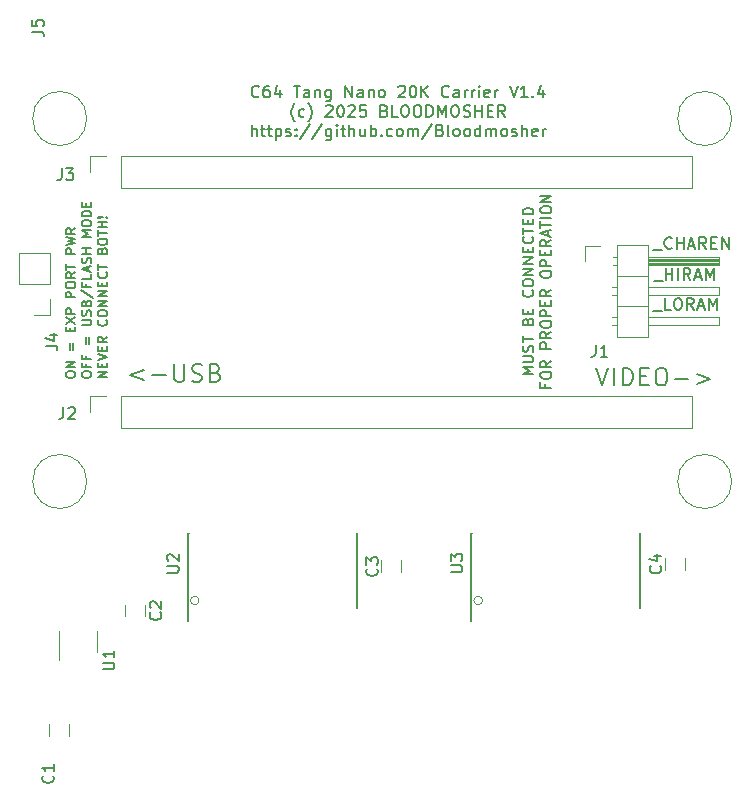
<source format=gbr>
%TF.GenerationSoftware,KiCad,Pcbnew,(5.1.9)-1*%
%TF.CreationDate,2024-11-26T15:48:13-08:00*%
%TF.ProjectId,RADA3K,52414441-334b-42e6-9b69-6361645f7063,rev?*%
%TF.SameCoordinates,Original*%
%TF.FileFunction,Legend,Top*%
%TF.FilePolarity,Positive*%
%FSLAX46Y46*%
G04 Gerber Fmt 4.6, Leading zero omitted, Abs format (unit mm)*
G04 Created by KiCad (PCBNEW (5.1.9)-1) date 2024-11-26 15:48:13*
%MOMM*%
%LPD*%
G01*
G04 APERTURE LIST*
%ADD10C,0.150000*%
%ADD11C,0.120000*%
G04 APERTURE END LIST*
D10*
X67077757Y-127237371D02*
X65934900Y-127665942D01*
X67077757Y-128094514D01*
X67792042Y-127665942D02*
X68934900Y-127665942D01*
X69649185Y-126737371D02*
X69649185Y-127951657D01*
X69720614Y-128094514D01*
X69792042Y-128165942D01*
X69934900Y-128237371D01*
X70220614Y-128237371D01*
X70363471Y-128165942D01*
X70434900Y-128094514D01*
X70506328Y-127951657D01*
X70506328Y-126737371D01*
X71149185Y-128165942D02*
X71363471Y-128237371D01*
X71720614Y-128237371D01*
X71863471Y-128165942D01*
X71934900Y-128094514D01*
X72006328Y-127951657D01*
X72006328Y-127808800D01*
X71934900Y-127665942D01*
X71863471Y-127594514D01*
X71720614Y-127523085D01*
X71434900Y-127451657D01*
X71292042Y-127380228D01*
X71220614Y-127308800D01*
X71149185Y-127165942D01*
X71149185Y-127023085D01*
X71220614Y-126880228D01*
X71292042Y-126808800D01*
X71434900Y-126737371D01*
X71792042Y-126737371D01*
X72006328Y-126808800D01*
X73149185Y-127451657D02*
X73363471Y-127523085D01*
X73434900Y-127594514D01*
X73506328Y-127737371D01*
X73506328Y-127951657D01*
X73434900Y-128094514D01*
X73363471Y-128165942D01*
X73220614Y-128237371D01*
X72649185Y-128237371D01*
X72649185Y-126737371D01*
X73149185Y-126737371D01*
X73292042Y-126808800D01*
X73363471Y-126880228D01*
X73434900Y-127023085D01*
X73434900Y-127165942D01*
X73363471Y-127308800D01*
X73292042Y-127380228D01*
X73149185Y-127451657D01*
X72649185Y-127451657D01*
X100050642Y-127580942D02*
X99150642Y-127580942D01*
X99793500Y-127280942D01*
X99150642Y-126980942D01*
X100050642Y-126980942D01*
X99150642Y-126552371D02*
X99879214Y-126552371D01*
X99964928Y-126509514D01*
X100007785Y-126466657D01*
X100050642Y-126380942D01*
X100050642Y-126209514D01*
X100007785Y-126123800D01*
X99964928Y-126080942D01*
X99879214Y-126038085D01*
X99150642Y-126038085D01*
X100007785Y-125652371D02*
X100050642Y-125523800D01*
X100050642Y-125309514D01*
X100007785Y-125223800D01*
X99964928Y-125180942D01*
X99879214Y-125138085D01*
X99793500Y-125138085D01*
X99707785Y-125180942D01*
X99664928Y-125223800D01*
X99622071Y-125309514D01*
X99579214Y-125480942D01*
X99536357Y-125566657D01*
X99493500Y-125609514D01*
X99407785Y-125652371D01*
X99322071Y-125652371D01*
X99236357Y-125609514D01*
X99193500Y-125566657D01*
X99150642Y-125480942D01*
X99150642Y-125266657D01*
X99193500Y-125138085D01*
X99150642Y-124880942D02*
X99150642Y-124366657D01*
X100050642Y-124623800D02*
X99150642Y-124623800D01*
X99579214Y-123080942D02*
X99622071Y-122952371D01*
X99664928Y-122909514D01*
X99750642Y-122866657D01*
X99879214Y-122866657D01*
X99964928Y-122909514D01*
X100007785Y-122952371D01*
X100050642Y-123038085D01*
X100050642Y-123380942D01*
X99150642Y-123380942D01*
X99150642Y-123080942D01*
X99193500Y-122995228D01*
X99236357Y-122952371D01*
X99322071Y-122909514D01*
X99407785Y-122909514D01*
X99493500Y-122952371D01*
X99536357Y-122995228D01*
X99579214Y-123080942D01*
X99579214Y-123380942D01*
X99579214Y-122480942D02*
X99579214Y-122180942D01*
X100050642Y-122052371D02*
X100050642Y-122480942D01*
X99150642Y-122480942D01*
X99150642Y-122052371D01*
X99964928Y-120466657D02*
X100007785Y-120509514D01*
X100050642Y-120638085D01*
X100050642Y-120723800D01*
X100007785Y-120852371D01*
X99922071Y-120938085D01*
X99836357Y-120980942D01*
X99664928Y-121023800D01*
X99536357Y-121023800D01*
X99364928Y-120980942D01*
X99279214Y-120938085D01*
X99193500Y-120852371D01*
X99150642Y-120723800D01*
X99150642Y-120638085D01*
X99193500Y-120509514D01*
X99236357Y-120466657D01*
X99150642Y-119909514D02*
X99150642Y-119738085D01*
X99193500Y-119652371D01*
X99279214Y-119566657D01*
X99450642Y-119523800D01*
X99750642Y-119523800D01*
X99922071Y-119566657D01*
X100007785Y-119652371D01*
X100050642Y-119738085D01*
X100050642Y-119909514D01*
X100007785Y-119995228D01*
X99922071Y-120080942D01*
X99750642Y-120123800D01*
X99450642Y-120123800D01*
X99279214Y-120080942D01*
X99193500Y-119995228D01*
X99150642Y-119909514D01*
X100050642Y-119138085D02*
X99150642Y-119138085D01*
X100050642Y-118623800D01*
X99150642Y-118623800D01*
X100050642Y-118195228D02*
X99150642Y-118195228D01*
X100050642Y-117680942D01*
X99150642Y-117680942D01*
X99579214Y-117252371D02*
X99579214Y-116952371D01*
X100050642Y-116823800D02*
X100050642Y-117252371D01*
X99150642Y-117252371D01*
X99150642Y-116823800D01*
X99964928Y-115923800D02*
X100007785Y-115966657D01*
X100050642Y-116095228D01*
X100050642Y-116180942D01*
X100007785Y-116309514D01*
X99922071Y-116395228D01*
X99836357Y-116438085D01*
X99664928Y-116480942D01*
X99536357Y-116480942D01*
X99364928Y-116438085D01*
X99279214Y-116395228D01*
X99193500Y-116309514D01*
X99150642Y-116180942D01*
X99150642Y-116095228D01*
X99193500Y-115966657D01*
X99236357Y-115923800D01*
X99150642Y-115666657D02*
X99150642Y-115152371D01*
X100050642Y-115409514D02*
X99150642Y-115409514D01*
X99579214Y-114852371D02*
X99579214Y-114552371D01*
X100050642Y-114423800D02*
X100050642Y-114852371D01*
X99150642Y-114852371D01*
X99150642Y-114423800D01*
X100050642Y-114038085D02*
X99150642Y-114038085D01*
X99150642Y-113823800D01*
X99193500Y-113695228D01*
X99279214Y-113609514D01*
X99364928Y-113566657D01*
X99536357Y-113523800D01*
X99664928Y-113523800D01*
X99836357Y-113566657D01*
X99922071Y-113609514D01*
X100007785Y-113695228D01*
X100050642Y-113823800D01*
X100050642Y-114038085D01*
X101079214Y-128395228D02*
X101079214Y-128695228D01*
X101550642Y-128695228D02*
X100650642Y-128695228D01*
X100650642Y-128266657D01*
X100650642Y-127752371D02*
X100650642Y-127580942D01*
X100693500Y-127495228D01*
X100779214Y-127409514D01*
X100950642Y-127366657D01*
X101250642Y-127366657D01*
X101422071Y-127409514D01*
X101507785Y-127495228D01*
X101550642Y-127580942D01*
X101550642Y-127752371D01*
X101507785Y-127838085D01*
X101422071Y-127923800D01*
X101250642Y-127966657D01*
X100950642Y-127966657D01*
X100779214Y-127923800D01*
X100693500Y-127838085D01*
X100650642Y-127752371D01*
X101550642Y-126466657D02*
X101122071Y-126766657D01*
X101550642Y-126980942D02*
X100650642Y-126980942D01*
X100650642Y-126638085D01*
X100693500Y-126552371D01*
X100736357Y-126509514D01*
X100822071Y-126466657D01*
X100950642Y-126466657D01*
X101036357Y-126509514D01*
X101079214Y-126552371D01*
X101122071Y-126638085D01*
X101122071Y-126980942D01*
X101550642Y-125395228D02*
X100650642Y-125395228D01*
X100650642Y-125052371D01*
X100693500Y-124966657D01*
X100736357Y-124923800D01*
X100822071Y-124880942D01*
X100950642Y-124880942D01*
X101036357Y-124923800D01*
X101079214Y-124966657D01*
X101122071Y-125052371D01*
X101122071Y-125395228D01*
X101550642Y-123980942D02*
X101122071Y-124280942D01*
X101550642Y-124495228D02*
X100650642Y-124495228D01*
X100650642Y-124152371D01*
X100693500Y-124066657D01*
X100736357Y-124023800D01*
X100822071Y-123980942D01*
X100950642Y-123980942D01*
X101036357Y-124023800D01*
X101079214Y-124066657D01*
X101122071Y-124152371D01*
X101122071Y-124495228D01*
X100650642Y-123423800D02*
X100650642Y-123252371D01*
X100693500Y-123166657D01*
X100779214Y-123080942D01*
X100950642Y-123038085D01*
X101250642Y-123038085D01*
X101422071Y-123080942D01*
X101507785Y-123166657D01*
X101550642Y-123252371D01*
X101550642Y-123423800D01*
X101507785Y-123509514D01*
X101422071Y-123595228D01*
X101250642Y-123638085D01*
X100950642Y-123638085D01*
X100779214Y-123595228D01*
X100693500Y-123509514D01*
X100650642Y-123423800D01*
X101550642Y-122652371D02*
X100650642Y-122652371D01*
X100650642Y-122309514D01*
X100693500Y-122223800D01*
X100736357Y-122180942D01*
X100822071Y-122138085D01*
X100950642Y-122138085D01*
X101036357Y-122180942D01*
X101079214Y-122223800D01*
X101122071Y-122309514D01*
X101122071Y-122652371D01*
X101079214Y-121752371D02*
X101079214Y-121452371D01*
X101550642Y-121323800D02*
X101550642Y-121752371D01*
X100650642Y-121752371D01*
X100650642Y-121323800D01*
X101550642Y-120423800D02*
X101122071Y-120723800D01*
X101550642Y-120938085D02*
X100650642Y-120938085D01*
X100650642Y-120595228D01*
X100693500Y-120509514D01*
X100736357Y-120466657D01*
X100822071Y-120423800D01*
X100950642Y-120423800D01*
X101036357Y-120466657D01*
X101079214Y-120509514D01*
X101122071Y-120595228D01*
X101122071Y-120938085D01*
X100650642Y-119180942D02*
X100650642Y-119009514D01*
X100693500Y-118923800D01*
X100779214Y-118838085D01*
X100950642Y-118795228D01*
X101250642Y-118795228D01*
X101422071Y-118838085D01*
X101507785Y-118923800D01*
X101550642Y-119009514D01*
X101550642Y-119180942D01*
X101507785Y-119266657D01*
X101422071Y-119352371D01*
X101250642Y-119395228D01*
X100950642Y-119395228D01*
X100779214Y-119352371D01*
X100693500Y-119266657D01*
X100650642Y-119180942D01*
X101550642Y-118409514D02*
X100650642Y-118409514D01*
X100650642Y-118066657D01*
X100693500Y-117980942D01*
X100736357Y-117938085D01*
X100822071Y-117895228D01*
X100950642Y-117895228D01*
X101036357Y-117938085D01*
X101079214Y-117980942D01*
X101122071Y-118066657D01*
X101122071Y-118409514D01*
X101079214Y-117509514D02*
X101079214Y-117209514D01*
X101550642Y-117080942D02*
X101550642Y-117509514D01*
X100650642Y-117509514D01*
X100650642Y-117080942D01*
X101550642Y-116180942D02*
X101122071Y-116480942D01*
X101550642Y-116695228D02*
X100650642Y-116695228D01*
X100650642Y-116352371D01*
X100693500Y-116266657D01*
X100736357Y-116223800D01*
X100822071Y-116180942D01*
X100950642Y-116180942D01*
X101036357Y-116223800D01*
X101079214Y-116266657D01*
X101122071Y-116352371D01*
X101122071Y-116695228D01*
X101293500Y-115838085D02*
X101293500Y-115409514D01*
X101550642Y-115923800D02*
X100650642Y-115623800D01*
X101550642Y-115323800D01*
X100650642Y-115152371D02*
X100650642Y-114638085D01*
X101550642Y-114895228D02*
X100650642Y-114895228D01*
X101550642Y-114338085D02*
X100650642Y-114338085D01*
X100650642Y-113738085D02*
X100650642Y-113566657D01*
X100693500Y-113480942D01*
X100779214Y-113395228D01*
X100950642Y-113352371D01*
X101250642Y-113352371D01*
X101422071Y-113395228D01*
X101507785Y-113480942D01*
X101550642Y-113566657D01*
X101550642Y-113738085D01*
X101507785Y-113823800D01*
X101422071Y-113909514D01*
X101250642Y-113952371D01*
X100950642Y-113952371D01*
X100779214Y-113909514D01*
X100693500Y-113823800D01*
X100650642Y-113738085D01*
X101550642Y-112966657D02*
X100650642Y-112966657D01*
X101550642Y-112452371D01*
X100650642Y-112452371D01*
X60454604Y-127664542D02*
X60454604Y-127512161D01*
X60492700Y-127435971D01*
X60568890Y-127359780D01*
X60721271Y-127321685D01*
X60987938Y-127321685D01*
X61140319Y-127359780D01*
X61216509Y-127435971D01*
X61254604Y-127512161D01*
X61254604Y-127664542D01*
X61216509Y-127740733D01*
X61140319Y-127816923D01*
X60987938Y-127855019D01*
X60721271Y-127855019D01*
X60568890Y-127816923D01*
X60492700Y-127740733D01*
X60454604Y-127664542D01*
X61254604Y-126978828D02*
X60454604Y-126978828D01*
X61254604Y-126521685D01*
X60454604Y-126521685D01*
X60835557Y-125531209D02*
X60835557Y-124921685D01*
X61064128Y-124921685D02*
X61064128Y-125531209D01*
X60835557Y-123931209D02*
X60835557Y-123664542D01*
X61254604Y-123550257D02*
X61254604Y-123931209D01*
X60454604Y-123931209D01*
X60454604Y-123550257D01*
X60454604Y-123283590D02*
X61254604Y-122750257D01*
X60454604Y-122750257D02*
X61254604Y-123283590D01*
X61254604Y-122445495D02*
X60454604Y-122445495D01*
X60454604Y-122140733D01*
X60492700Y-122064542D01*
X60530795Y-122026447D01*
X60606985Y-121988352D01*
X60721271Y-121988352D01*
X60797461Y-122026447D01*
X60835557Y-122064542D01*
X60873652Y-122140733D01*
X60873652Y-122445495D01*
X61254604Y-121035971D02*
X60454604Y-121035971D01*
X60454604Y-120731209D01*
X60492700Y-120655019D01*
X60530795Y-120616923D01*
X60606985Y-120578828D01*
X60721271Y-120578828D01*
X60797461Y-120616923D01*
X60835557Y-120655019D01*
X60873652Y-120731209D01*
X60873652Y-121035971D01*
X60454604Y-120083590D02*
X60454604Y-119931209D01*
X60492700Y-119855019D01*
X60568890Y-119778828D01*
X60721271Y-119740733D01*
X60987938Y-119740733D01*
X61140319Y-119778828D01*
X61216509Y-119855019D01*
X61254604Y-119931209D01*
X61254604Y-120083590D01*
X61216509Y-120159780D01*
X61140319Y-120235971D01*
X60987938Y-120274066D01*
X60721271Y-120274066D01*
X60568890Y-120235971D01*
X60492700Y-120159780D01*
X60454604Y-120083590D01*
X61254604Y-118940733D02*
X60873652Y-119207400D01*
X61254604Y-119397876D02*
X60454604Y-119397876D01*
X60454604Y-119093114D01*
X60492700Y-119016923D01*
X60530795Y-118978828D01*
X60606985Y-118940733D01*
X60721271Y-118940733D01*
X60797461Y-118978828D01*
X60835557Y-119016923D01*
X60873652Y-119093114D01*
X60873652Y-119397876D01*
X60454604Y-118712161D02*
X60454604Y-118255019D01*
X61254604Y-118483590D02*
X60454604Y-118483590D01*
X61254604Y-117378828D02*
X60454604Y-117378828D01*
X60454604Y-117074066D01*
X60492700Y-116997876D01*
X60530795Y-116959780D01*
X60606985Y-116921685D01*
X60721271Y-116921685D01*
X60797461Y-116959780D01*
X60835557Y-116997876D01*
X60873652Y-117074066D01*
X60873652Y-117378828D01*
X60454604Y-116655019D02*
X61254604Y-116464542D01*
X60683176Y-116312161D01*
X61254604Y-116159780D01*
X60454604Y-115969304D01*
X61254604Y-115207400D02*
X60873652Y-115474066D01*
X61254604Y-115664542D02*
X60454604Y-115664542D01*
X60454604Y-115359780D01*
X60492700Y-115283590D01*
X60530795Y-115245495D01*
X60606985Y-115207400D01*
X60721271Y-115207400D01*
X60797461Y-115245495D01*
X60835557Y-115283590D01*
X60873652Y-115359780D01*
X60873652Y-115664542D01*
X61804604Y-127664542D02*
X61804604Y-127512161D01*
X61842700Y-127435971D01*
X61918890Y-127359780D01*
X62071271Y-127321685D01*
X62337938Y-127321685D01*
X62490319Y-127359780D01*
X62566509Y-127435971D01*
X62604604Y-127512161D01*
X62604604Y-127664542D01*
X62566509Y-127740733D01*
X62490319Y-127816923D01*
X62337938Y-127855019D01*
X62071271Y-127855019D01*
X61918890Y-127816923D01*
X61842700Y-127740733D01*
X61804604Y-127664542D01*
X62185557Y-126712161D02*
X62185557Y-126978828D01*
X62604604Y-126978828D02*
X61804604Y-126978828D01*
X61804604Y-126597876D01*
X62185557Y-126026447D02*
X62185557Y-126293114D01*
X62604604Y-126293114D02*
X61804604Y-126293114D01*
X61804604Y-125912161D01*
X62185557Y-124997876D02*
X62185557Y-124388352D01*
X62414128Y-124388352D02*
X62414128Y-124997876D01*
X61804604Y-123397876D02*
X62452223Y-123397876D01*
X62528414Y-123359780D01*
X62566509Y-123321685D01*
X62604604Y-123245495D01*
X62604604Y-123093114D01*
X62566509Y-123016923D01*
X62528414Y-122978828D01*
X62452223Y-122940733D01*
X61804604Y-122940733D01*
X62566509Y-122597876D02*
X62604604Y-122483590D01*
X62604604Y-122293114D01*
X62566509Y-122216923D01*
X62528414Y-122178828D01*
X62452223Y-122140733D01*
X62376033Y-122140733D01*
X62299842Y-122178828D01*
X62261747Y-122216923D01*
X62223652Y-122293114D01*
X62185557Y-122445495D01*
X62147461Y-122521685D01*
X62109366Y-122559780D01*
X62033176Y-122597876D01*
X61956985Y-122597876D01*
X61880795Y-122559780D01*
X61842700Y-122521685D01*
X61804604Y-122445495D01*
X61804604Y-122255019D01*
X61842700Y-122140733D01*
X62185557Y-121531209D02*
X62223652Y-121416923D01*
X62261747Y-121378828D01*
X62337938Y-121340733D01*
X62452223Y-121340733D01*
X62528414Y-121378828D01*
X62566509Y-121416923D01*
X62604604Y-121493114D01*
X62604604Y-121797876D01*
X61804604Y-121797876D01*
X61804604Y-121531209D01*
X61842700Y-121455019D01*
X61880795Y-121416923D01*
X61956985Y-121378828D01*
X62033176Y-121378828D01*
X62109366Y-121416923D01*
X62147461Y-121455019D01*
X62185557Y-121531209D01*
X62185557Y-121797876D01*
X61766509Y-120426447D02*
X62795080Y-121112161D01*
X62185557Y-119893114D02*
X62185557Y-120159780D01*
X62604604Y-120159780D02*
X61804604Y-120159780D01*
X61804604Y-119778828D01*
X62604604Y-119093114D02*
X62604604Y-119474066D01*
X61804604Y-119474066D01*
X62376033Y-118864542D02*
X62376033Y-118483590D01*
X62604604Y-118940733D02*
X61804604Y-118674066D01*
X62604604Y-118407400D01*
X62566509Y-118178828D02*
X62604604Y-118064542D01*
X62604604Y-117874066D01*
X62566509Y-117797876D01*
X62528414Y-117759780D01*
X62452223Y-117721685D01*
X62376033Y-117721685D01*
X62299842Y-117759780D01*
X62261747Y-117797876D01*
X62223652Y-117874066D01*
X62185557Y-118026447D01*
X62147461Y-118102638D01*
X62109366Y-118140733D01*
X62033176Y-118178828D01*
X61956985Y-118178828D01*
X61880795Y-118140733D01*
X61842700Y-118102638D01*
X61804604Y-118026447D01*
X61804604Y-117835971D01*
X61842700Y-117721685D01*
X62604604Y-117378828D02*
X61804604Y-117378828D01*
X62185557Y-117378828D02*
X62185557Y-116921685D01*
X62604604Y-116921685D02*
X61804604Y-116921685D01*
X62604604Y-115931209D02*
X61804604Y-115931209D01*
X62376033Y-115664542D01*
X61804604Y-115397876D01*
X62604604Y-115397876D01*
X61804604Y-114864542D02*
X61804604Y-114712161D01*
X61842700Y-114635971D01*
X61918890Y-114559780D01*
X62071271Y-114521685D01*
X62337938Y-114521685D01*
X62490319Y-114559780D01*
X62566509Y-114635971D01*
X62604604Y-114712161D01*
X62604604Y-114864542D01*
X62566509Y-114940733D01*
X62490319Y-115016923D01*
X62337938Y-115055019D01*
X62071271Y-115055019D01*
X61918890Y-115016923D01*
X61842700Y-114940733D01*
X61804604Y-114864542D01*
X62604604Y-114178828D02*
X61804604Y-114178828D01*
X61804604Y-113988352D01*
X61842700Y-113874066D01*
X61918890Y-113797876D01*
X61995080Y-113759780D01*
X62147461Y-113721685D01*
X62261747Y-113721685D01*
X62414128Y-113759780D01*
X62490319Y-113797876D01*
X62566509Y-113874066D01*
X62604604Y-113988352D01*
X62604604Y-114178828D01*
X62185557Y-113378828D02*
X62185557Y-113112161D01*
X62604604Y-112997876D02*
X62604604Y-113378828D01*
X61804604Y-113378828D01*
X61804604Y-112997876D01*
X63954604Y-127816923D02*
X63154604Y-127816923D01*
X63954604Y-127359780D01*
X63154604Y-127359780D01*
X63535557Y-126978828D02*
X63535557Y-126712161D01*
X63954604Y-126597876D02*
X63954604Y-126978828D01*
X63154604Y-126978828D01*
X63154604Y-126597876D01*
X63154604Y-126369304D02*
X63954604Y-126102638D01*
X63154604Y-125835971D01*
X63535557Y-125569304D02*
X63535557Y-125302638D01*
X63954604Y-125188352D02*
X63954604Y-125569304D01*
X63154604Y-125569304D01*
X63154604Y-125188352D01*
X63954604Y-124388352D02*
X63573652Y-124655019D01*
X63954604Y-124845495D02*
X63154604Y-124845495D01*
X63154604Y-124540733D01*
X63192700Y-124464542D01*
X63230795Y-124426447D01*
X63306985Y-124388352D01*
X63421271Y-124388352D01*
X63497461Y-124426447D01*
X63535557Y-124464542D01*
X63573652Y-124540733D01*
X63573652Y-124845495D01*
X63878414Y-122978828D02*
X63916509Y-123016923D01*
X63954604Y-123131209D01*
X63954604Y-123207400D01*
X63916509Y-123321685D01*
X63840319Y-123397876D01*
X63764128Y-123435971D01*
X63611747Y-123474066D01*
X63497461Y-123474066D01*
X63345080Y-123435971D01*
X63268890Y-123397876D01*
X63192700Y-123321685D01*
X63154604Y-123207400D01*
X63154604Y-123131209D01*
X63192700Y-123016923D01*
X63230795Y-122978828D01*
X63154604Y-122483590D02*
X63154604Y-122331209D01*
X63192700Y-122255019D01*
X63268890Y-122178828D01*
X63421271Y-122140733D01*
X63687938Y-122140733D01*
X63840319Y-122178828D01*
X63916509Y-122255019D01*
X63954604Y-122331209D01*
X63954604Y-122483590D01*
X63916509Y-122559780D01*
X63840319Y-122635971D01*
X63687938Y-122674066D01*
X63421271Y-122674066D01*
X63268890Y-122635971D01*
X63192700Y-122559780D01*
X63154604Y-122483590D01*
X63954604Y-121797876D02*
X63154604Y-121797876D01*
X63954604Y-121340733D01*
X63154604Y-121340733D01*
X63954604Y-120959780D02*
X63154604Y-120959780D01*
X63954604Y-120502638D01*
X63154604Y-120502638D01*
X63535557Y-120121685D02*
X63535557Y-119855019D01*
X63954604Y-119740733D02*
X63954604Y-120121685D01*
X63154604Y-120121685D01*
X63154604Y-119740733D01*
X63878414Y-118940733D02*
X63916509Y-118978828D01*
X63954604Y-119093114D01*
X63954604Y-119169304D01*
X63916509Y-119283590D01*
X63840319Y-119359780D01*
X63764128Y-119397876D01*
X63611747Y-119435971D01*
X63497461Y-119435971D01*
X63345080Y-119397876D01*
X63268890Y-119359780D01*
X63192700Y-119283590D01*
X63154604Y-119169304D01*
X63154604Y-119093114D01*
X63192700Y-118978828D01*
X63230795Y-118940733D01*
X63154604Y-118712161D02*
X63154604Y-118255019D01*
X63954604Y-118483590D02*
X63154604Y-118483590D01*
X63535557Y-117112161D02*
X63573652Y-116997876D01*
X63611747Y-116959780D01*
X63687938Y-116921685D01*
X63802223Y-116921685D01*
X63878414Y-116959780D01*
X63916509Y-116997876D01*
X63954604Y-117074066D01*
X63954604Y-117378828D01*
X63154604Y-117378828D01*
X63154604Y-117112161D01*
X63192700Y-117035971D01*
X63230795Y-116997876D01*
X63306985Y-116959780D01*
X63383176Y-116959780D01*
X63459366Y-116997876D01*
X63497461Y-117035971D01*
X63535557Y-117112161D01*
X63535557Y-117378828D01*
X63154604Y-116426447D02*
X63154604Y-116274066D01*
X63192700Y-116197876D01*
X63268890Y-116121685D01*
X63421271Y-116083590D01*
X63687938Y-116083590D01*
X63840319Y-116121685D01*
X63916509Y-116197876D01*
X63954604Y-116274066D01*
X63954604Y-116426447D01*
X63916509Y-116502638D01*
X63840319Y-116578828D01*
X63687938Y-116616923D01*
X63421271Y-116616923D01*
X63268890Y-116578828D01*
X63192700Y-116502638D01*
X63154604Y-116426447D01*
X63154604Y-115855019D02*
X63154604Y-115397876D01*
X63954604Y-115626447D02*
X63154604Y-115626447D01*
X63954604Y-115131209D02*
X63154604Y-115131209D01*
X63535557Y-115131209D02*
X63535557Y-114674066D01*
X63954604Y-114674066D02*
X63154604Y-114674066D01*
X63878414Y-114293114D02*
X63916509Y-114255019D01*
X63954604Y-114293114D01*
X63916509Y-114331209D01*
X63878414Y-114293114D01*
X63954604Y-114293114D01*
X63649842Y-114293114D02*
X63192700Y-114331209D01*
X63154604Y-114293114D01*
X63192700Y-114255019D01*
X63649842Y-114293114D01*
X63154604Y-114293114D01*
X105396328Y-127016771D02*
X105896328Y-128516771D01*
X106396328Y-127016771D01*
X106896328Y-128516771D02*
X106896328Y-127016771D01*
X107610614Y-128516771D02*
X107610614Y-127016771D01*
X107967757Y-127016771D01*
X108182042Y-127088200D01*
X108324900Y-127231057D01*
X108396328Y-127373914D01*
X108467757Y-127659628D01*
X108467757Y-127873914D01*
X108396328Y-128159628D01*
X108324900Y-128302485D01*
X108182042Y-128445342D01*
X107967757Y-128516771D01*
X107610614Y-128516771D01*
X109110614Y-127731057D02*
X109610614Y-127731057D01*
X109824900Y-128516771D02*
X109110614Y-128516771D01*
X109110614Y-127016771D01*
X109824900Y-127016771D01*
X110753471Y-127016771D02*
X111039185Y-127016771D01*
X111182042Y-127088200D01*
X111324900Y-127231057D01*
X111396328Y-127516771D01*
X111396328Y-128016771D01*
X111324900Y-128302485D01*
X111182042Y-128445342D01*
X111039185Y-128516771D01*
X110753471Y-128516771D01*
X110610614Y-128445342D01*
X110467757Y-128302485D01*
X110396328Y-128016771D01*
X110396328Y-127516771D01*
X110467757Y-127231057D01*
X110610614Y-127088200D01*
X110753471Y-127016771D01*
X112039185Y-127945342D02*
X113182042Y-127945342D01*
X113896328Y-127516771D02*
X115039185Y-127945342D01*
X113896328Y-128373914D01*
X110192976Y-122209019D02*
X110954880Y-122209019D01*
X111669166Y-122113780D02*
X111192976Y-122113780D01*
X111192976Y-121113780D01*
X112192976Y-121113780D02*
X112383452Y-121113780D01*
X112478690Y-121161400D01*
X112573928Y-121256638D01*
X112621547Y-121447114D01*
X112621547Y-121780447D01*
X112573928Y-121970923D01*
X112478690Y-122066161D01*
X112383452Y-122113780D01*
X112192976Y-122113780D01*
X112097738Y-122066161D01*
X112002500Y-121970923D01*
X111954880Y-121780447D01*
X111954880Y-121447114D01*
X112002500Y-121256638D01*
X112097738Y-121161400D01*
X112192976Y-121113780D01*
X113621547Y-122113780D02*
X113288214Y-121637590D01*
X113050119Y-122113780D02*
X113050119Y-121113780D01*
X113431071Y-121113780D01*
X113526309Y-121161400D01*
X113573928Y-121209019D01*
X113621547Y-121304257D01*
X113621547Y-121447114D01*
X113573928Y-121542352D01*
X113526309Y-121589971D01*
X113431071Y-121637590D01*
X113050119Y-121637590D01*
X114002500Y-121828066D02*
X114478690Y-121828066D01*
X113907261Y-122113780D02*
X114240595Y-121113780D01*
X114573928Y-122113780D01*
X114907261Y-122113780D02*
X114907261Y-121113780D01*
X115240595Y-121828066D01*
X115573928Y-121113780D01*
X115573928Y-122113780D01*
X110258042Y-119694419D02*
X111019947Y-119694419D01*
X111258042Y-119599180D02*
X111258042Y-118599180D01*
X111258042Y-119075371D02*
X111829471Y-119075371D01*
X111829471Y-119599180D02*
X111829471Y-118599180D01*
X112305661Y-119599180D02*
X112305661Y-118599180D01*
X113353280Y-119599180D02*
X113019947Y-119122990D01*
X112781852Y-119599180D02*
X112781852Y-118599180D01*
X113162804Y-118599180D01*
X113258042Y-118646800D01*
X113305661Y-118694419D01*
X113353280Y-118789657D01*
X113353280Y-118932514D01*
X113305661Y-119027752D01*
X113258042Y-119075371D01*
X113162804Y-119122990D01*
X112781852Y-119122990D01*
X113734233Y-119313466D02*
X114210423Y-119313466D01*
X113638995Y-119599180D02*
X113972328Y-118599180D01*
X114305661Y-119599180D01*
X114638995Y-119599180D02*
X114638995Y-118599180D01*
X114972328Y-119313466D01*
X115305661Y-118599180D01*
X115305661Y-119599180D01*
X110200976Y-117052819D02*
X110962880Y-117052819D01*
X111772404Y-116862342D02*
X111724785Y-116909961D01*
X111581928Y-116957580D01*
X111486690Y-116957580D01*
X111343833Y-116909961D01*
X111248595Y-116814723D01*
X111200976Y-116719485D01*
X111153357Y-116529009D01*
X111153357Y-116386152D01*
X111200976Y-116195676D01*
X111248595Y-116100438D01*
X111343833Y-116005200D01*
X111486690Y-115957580D01*
X111581928Y-115957580D01*
X111724785Y-116005200D01*
X111772404Y-116052819D01*
X112200976Y-116957580D02*
X112200976Y-115957580D01*
X112200976Y-116433771D02*
X112772404Y-116433771D01*
X112772404Y-116957580D02*
X112772404Y-115957580D01*
X113200976Y-116671866D02*
X113677166Y-116671866D01*
X113105738Y-116957580D02*
X113439071Y-115957580D01*
X113772404Y-116957580D01*
X114677166Y-116957580D02*
X114343833Y-116481390D01*
X114105738Y-116957580D02*
X114105738Y-115957580D01*
X114486690Y-115957580D01*
X114581928Y-116005200D01*
X114629547Y-116052819D01*
X114677166Y-116148057D01*
X114677166Y-116290914D01*
X114629547Y-116386152D01*
X114581928Y-116433771D01*
X114486690Y-116481390D01*
X114105738Y-116481390D01*
X115105738Y-116433771D02*
X115439071Y-116433771D01*
X115581928Y-116957580D02*
X115105738Y-116957580D01*
X115105738Y-115957580D01*
X115581928Y-115957580D01*
X116010500Y-116957580D02*
X116010500Y-115957580D01*
X116581928Y-116957580D01*
X116581928Y-115957580D01*
X76809485Y-104040942D02*
X76761866Y-104088561D01*
X76619009Y-104136180D01*
X76523771Y-104136180D01*
X76380914Y-104088561D01*
X76285676Y-103993323D01*
X76238057Y-103898085D01*
X76190438Y-103707609D01*
X76190438Y-103564752D01*
X76238057Y-103374276D01*
X76285676Y-103279038D01*
X76380914Y-103183800D01*
X76523771Y-103136180D01*
X76619009Y-103136180D01*
X76761866Y-103183800D01*
X76809485Y-103231419D01*
X77666628Y-103136180D02*
X77476152Y-103136180D01*
X77380914Y-103183800D01*
X77333295Y-103231419D01*
X77238057Y-103374276D01*
X77190438Y-103564752D01*
X77190438Y-103945704D01*
X77238057Y-104040942D01*
X77285676Y-104088561D01*
X77380914Y-104136180D01*
X77571390Y-104136180D01*
X77666628Y-104088561D01*
X77714247Y-104040942D01*
X77761866Y-103945704D01*
X77761866Y-103707609D01*
X77714247Y-103612371D01*
X77666628Y-103564752D01*
X77571390Y-103517133D01*
X77380914Y-103517133D01*
X77285676Y-103564752D01*
X77238057Y-103612371D01*
X77190438Y-103707609D01*
X78619009Y-103469514D02*
X78619009Y-104136180D01*
X78380914Y-103088561D02*
X78142819Y-103802847D01*
X78761866Y-103802847D01*
X79761866Y-103136180D02*
X80333295Y-103136180D01*
X80047580Y-104136180D02*
X80047580Y-103136180D01*
X81095199Y-104136180D02*
X81095199Y-103612371D01*
X81047580Y-103517133D01*
X80952342Y-103469514D01*
X80761866Y-103469514D01*
X80666628Y-103517133D01*
X81095199Y-104088561D02*
X80999961Y-104136180D01*
X80761866Y-104136180D01*
X80666628Y-104088561D01*
X80619009Y-103993323D01*
X80619009Y-103898085D01*
X80666628Y-103802847D01*
X80761866Y-103755228D01*
X80999961Y-103755228D01*
X81095199Y-103707609D01*
X81571390Y-103469514D02*
X81571390Y-104136180D01*
X81571390Y-103564752D02*
X81619009Y-103517133D01*
X81714247Y-103469514D01*
X81857104Y-103469514D01*
X81952342Y-103517133D01*
X81999961Y-103612371D01*
X81999961Y-104136180D01*
X82904723Y-103469514D02*
X82904723Y-104279038D01*
X82857104Y-104374276D01*
X82809485Y-104421895D01*
X82714247Y-104469514D01*
X82571390Y-104469514D01*
X82476152Y-104421895D01*
X82904723Y-104088561D02*
X82809485Y-104136180D01*
X82619009Y-104136180D01*
X82523771Y-104088561D01*
X82476152Y-104040942D01*
X82428533Y-103945704D01*
X82428533Y-103659990D01*
X82476152Y-103564752D01*
X82523771Y-103517133D01*
X82619009Y-103469514D01*
X82809485Y-103469514D01*
X82904723Y-103517133D01*
X84142819Y-104136180D02*
X84142819Y-103136180D01*
X84714247Y-104136180D01*
X84714247Y-103136180D01*
X85619009Y-104136180D02*
X85619009Y-103612371D01*
X85571390Y-103517133D01*
X85476152Y-103469514D01*
X85285676Y-103469514D01*
X85190438Y-103517133D01*
X85619009Y-104088561D02*
X85523771Y-104136180D01*
X85285676Y-104136180D01*
X85190438Y-104088561D01*
X85142819Y-103993323D01*
X85142819Y-103898085D01*
X85190438Y-103802847D01*
X85285676Y-103755228D01*
X85523771Y-103755228D01*
X85619009Y-103707609D01*
X86095200Y-103469514D02*
X86095200Y-104136180D01*
X86095200Y-103564752D02*
X86142819Y-103517133D01*
X86238057Y-103469514D01*
X86380914Y-103469514D01*
X86476152Y-103517133D01*
X86523771Y-103612371D01*
X86523771Y-104136180D01*
X87142819Y-104136180D02*
X87047580Y-104088561D01*
X86999961Y-104040942D01*
X86952342Y-103945704D01*
X86952342Y-103659990D01*
X86999961Y-103564752D01*
X87047580Y-103517133D01*
X87142819Y-103469514D01*
X87285676Y-103469514D01*
X87380914Y-103517133D01*
X87428533Y-103564752D01*
X87476152Y-103659990D01*
X87476152Y-103945704D01*
X87428533Y-104040942D01*
X87380914Y-104088561D01*
X87285676Y-104136180D01*
X87142819Y-104136180D01*
X88619009Y-103231419D02*
X88666628Y-103183800D01*
X88761866Y-103136180D01*
X88999961Y-103136180D01*
X89095199Y-103183800D01*
X89142819Y-103231419D01*
X89190438Y-103326657D01*
X89190438Y-103421895D01*
X89142819Y-103564752D01*
X88571390Y-104136180D01*
X89190438Y-104136180D01*
X89809485Y-103136180D02*
X89904723Y-103136180D01*
X89999961Y-103183800D01*
X90047580Y-103231419D01*
X90095199Y-103326657D01*
X90142819Y-103517133D01*
X90142819Y-103755228D01*
X90095199Y-103945704D01*
X90047580Y-104040942D01*
X89999961Y-104088561D01*
X89904723Y-104136180D01*
X89809485Y-104136180D01*
X89714247Y-104088561D01*
X89666628Y-104040942D01*
X89619009Y-103945704D01*
X89571390Y-103755228D01*
X89571390Y-103517133D01*
X89619009Y-103326657D01*
X89666628Y-103231419D01*
X89714247Y-103183800D01*
X89809485Y-103136180D01*
X90571390Y-104136180D02*
X90571390Y-103136180D01*
X91142819Y-104136180D02*
X90714247Y-103564752D01*
X91142819Y-103136180D02*
X90571390Y-103707609D01*
X92904723Y-104040942D02*
X92857104Y-104088561D01*
X92714247Y-104136180D01*
X92619009Y-104136180D01*
X92476152Y-104088561D01*
X92380914Y-103993323D01*
X92333295Y-103898085D01*
X92285676Y-103707609D01*
X92285676Y-103564752D01*
X92333295Y-103374276D01*
X92380914Y-103279038D01*
X92476152Y-103183800D01*
X92619009Y-103136180D01*
X92714247Y-103136180D01*
X92857104Y-103183800D01*
X92904723Y-103231419D01*
X93761866Y-104136180D02*
X93761866Y-103612371D01*
X93714247Y-103517133D01*
X93619009Y-103469514D01*
X93428533Y-103469514D01*
X93333295Y-103517133D01*
X93761866Y-104088561D02*
X93666628Y-104136180D01*
X93428533Y-104136180D01*
X93333295Y-104088561D01*
X93285676Y-103993323D01*
X93285676Y-103898085D01*
X93333295Y-103802847D01*
X93428533Y-103755228D01*
X93666628Y-103755228D01*
X93761866Y-103707609D01*
X94238057Y-104136180D02*
X94238057Y-103469514D01*
X94238057Y-103659990D02*
X94285676Y-103564752D01*
X94333295Y-103517133D01*
X94428533Y-103469514D01*
X94523771Y-103469514D01*
X94857104Y-104136180D02*
X94857104Y-103469514D01*
X94857104Y-103659990D02*
X94904723Y-103564752D01*
X94952342Y-103517133D01*
X95047580Y-103469514D01*
X95142819Y-103469514D01*
X95476152Y-104136180D02*
X95476152Y-103469514D01*
X95476152Y-103136180D02*
X95428533Y-103183800D01*
X95476152Y-103231419D01*
X95523771Y-103183800D01*
X95476152Y-103136180D01*
X95476152Y-103231419D01*
X96333295Y-104088561D02*
X96238057Y-104136180D01*
X96047580Y-104136180D01*
X95952342Y-104088561D01*
X95904723Y-103993323D01*
X95904723Y-103612371D01*
X95952342Y-103517133D01*
X96047580Y-103469514D01*
X96238057Y-103469514D01*
X96333295Y-103517133D01*
X96380914Y-103612371D01*
X96380914Y-103707609D01*
X95904723Y-103802847D01*
X96809485Y-104136180D02*
X96809485Y-103469514D01*
X96809485Y-103659990D02*
X96857104Y-103564752D01*
X96904723Y-103517133D01*
X96999961Y-103469514D01*
X97095199Y-103469514D01*
X98047580Y-103136180D02*
X98380914Y-104136180D01*
X98714247Y-103136180D01*
X99571390Y-104136180D02*
X98999961Y-104136180D01*
X99285676Y-104136180D02*
X99285676Y-103136180D01*
X99190438Y-103279038D01*
X99095200Y-103374276D01*
X98999961Y-103421895D01*
X99999961Y-104040942D02*
X100047580Y-104088561D01*
X99999961Y-104136180D01*
X99952342Y-104088561D01*
X99999961Y-104040942D01*
X99999961Y-104136180D01*
X100904723Y-103469514D02*
X100904723Y-104136180D01*
X100666628Y-103088561D02*
X100428533Y-103802847D01*
X101047580Y-103802847D01*
X79857104Y-106167133D02*
X79809485Y-106119514D01*
X79714247Y-105976657D01*
X79666628Y-105881419D01*
X79619009Y-105738561D01*
X79571390Y-105500466D01*
X79571390Y-105309990D01*
X79619009Y-105071895D01*
X79666628Y-104929038D01*
X79714247Y-104833800D01*
X79809485Y-104690942D01*
X79857104Y-104643323D01*
X80666628Y-105738561D02*
X80571390Y-105786180D01*
X80380914Y-105786180D01*
X80285676Y-105738561D01*
X80238057Y-105690942D01*
X80190438Y-105595704D01*
X80190438Y-105309990D01*
X80238057Y-105214752D01*
X80285676Y-105167133D01*
X80380914Y-105119514D01*
X80571390Y-105119514D01*
X80666628Y-105167133D01*
X80999961Y-106167133D02*
X81047580Y-106119514D01*
X81142819Y-105976657D01*
X81190438Y-105881419D01*
X81238057Y-105738561D01*
X81285676Y-105500466D01*
X81285676Y-105309990D01*
X81238057Y-105071895D01*
X81190438Y-104929038D01*
X81142819Y-104833800D01*
X81047580Y-104690942D01*
X80999961Y-104643323D01*
X82476152Y-104881419D02*
X82523771Y-104833800D01*
X82619009Y-104786180D01*
X82857104Y-104786180D01*
X82952342Y-104833800D01*
X82999961Y-104881419D01*
X83047580Y-104976657D01*
X83047580Y-105071895D01*
X82999961Y-105214752D01*
X82428533Y-105786180D01*
X83047580Y-105786180D01*
X83666628Y-104786180D02*
X83761866Y-104786180D01*
X83857104Y-104833800D01*
X83904723Y-104881419D01*
X83952342Y-104976657D01*
X83999961Y-105167133D01*
X83999961Y-105405228D01*
X83952342Y-105595704D01*
X83904723Y-105690942D01*
X83857104Y-105738561D01*
X83761866Y-105786180D01*
X83666628Y-105786180D01*
X83571390Y-105738561D01*
X83523771Y-105690942D01*
X83476152Y-105595704D01*
X83428533Y-105405228D01*
X83428533Y-105167133D01*
X83476152Y-104976657D01*
X83523771Y-104881419D01*
X83571390Y-104833800D01*
X83666628Y-104786180D01*
X84380914Y-104881419D02*
X84428533Y-104833800D01*
X84523771Y-104786180D01*
X84761866Y-104786180D01*
X84857104Y-104833800D01*
X84904723Y-104881419D01*
X84952342Y-104976657D01*
X84952342Y-105071895D01*
X84904723Y-105214752D01*
X84333295Y-105786180D01*
X84952342Y-105786180D01*
X85857104Y-104786180D02*
X85380914Y-104786180D01*
X85333295Y-105262371D01*
X85380914Y-105214752D01*
X85476152Y-105167133D01*
X85714247Y-105167133D01*
X85809485Y-105214752D01*
X85857104Y-105262371D01*
X85904723Y-105357609D01*
X85904723Y-105595704D01*
X85857104Y-105690942D01*
X85809485Y-105738561D01*
X85714247Y-105786180D01*
X85476152Y-105786180D01*
X85380914Y-105738561D01*
X85333295Y-105690942D01*
X87428533Y-105262371D02*
X87571390Y-105309990D01*
X87619009Y-105357609D01*
X87666628Y-105452847D01*
X87666628Y-105595704D01*
X87619009Y-105690942D01*
X87571390Y-105738561D01*
X87476152Y-105786180D01*
X87095200Y-105786180D01*
X87095200Y-104786180D01*
X87428533Y-104786180D01*
X87523771Y-104833800D01*
X87571390Y-104881419D01*
X87619009Y-104976657D01*
X87619009Y-105071895D01*
X87571390Y-105167133D01*
X87523771Y-105214752D01*
X87428533Y-105262371D01*
X87095200Y-105262371D01*
X88571390Y-105786180D02*
X88095200Y-105786180D01*
X88095200Y-104786180D01*
X89095200Y-104786180D02*
X89285676Y-104786180D01*
X89380914Y-104833800D01*
X89476152Y-104929038D01*
X89523771Y-105119514D01*
X89523771Y-105452847D01*
X89476152Y-105643323D01*
X89380914Y-105738561D01*
X89285676Y-105786180D01*
X89095200Y-105786180D01*
X88999961Y-105738561D01*
X88904723Y-105643323D01*
X88857104Y-105452847D01*
X88857104Y-105119514D01*
X88904723Y-104929038D01*
X88999961Y-104833800D01*
X89095200Y-104786180D01*
X90142819Y-104786180D02*
X90333295Y-104786180D01*
X90428533Y-104833800D01*
X90523771Y-104929038D01*
X90571390Y-105119514D01*
X90571390Y-105452847D01*
X90523771Y-105643323D01*
X90428533Y-105738561D01*
X90333295Y-105786180D01*
X90142819Y-105786180D01*
X90047580Y-105738561D01*
X89952342Y-105643323D01*
X89904723Y-105452847D01*
X89904723Y-105119514D01*
X89952342Y-104929038D01*
X90047580Y-104833800D01*
X90142819Y-104786180D01*
X90999961Y-105786180D02*
X90999961Y-104786180D01*
X91238057Y-104786180D01*
X91380914Y-104833800D01*
X91476152Y-104929038D01*
X91523771Y-105024276D01*
X91571390Y-105214752D01*
X91571390Y-105357609D01*
X91523771Y-105548085D01*
X91476152Y-105643323D01*
X91380914Y-105738561D01*
X91238057Y-105786180D01*
X90999961Y-105786180D01*
X91999961Y-105786180D02*
X91999961Y-104786180D01*
X92333295Y-105500466D01*
X92666628Y-104786180D01*
X92666628Y-105786180D01*
X93333295Y-104786180D02*
X93523771Y-104786180D01*
X93619009Y-104833800D01*
X93714247Y-104929038D01*
X93761866Y-105119514D01*
X93761866Y-105452847D01*
X93714247Y-105643323D01*
X93619009Y-105738561D01*
X93523771Y-105786180D01*
X93333295Y-105786180D01*
X93238057Y-105738561D01*
X93142819Y-105643323D01*
X93095200Y-105452847D01*
X93095200Y-105119514D01*
X93142819Y-104929038D01*
X93238057Y-104833800D01*
X93333295Y-104786180D01*
X94142819Y-105738561D02*
X94285676Y-105786180D01*
X94523771Y-105786180D01*
X94619009Y-105738561D01*
X94666628Y-105690942D01*
X94714247Y-105595704D01*
X94714247Y-105500466D01*
X94666628Y-105405228D01*
X94619009Y-105357609D01*
X94523771Y-105309990D01*
X94333295Y-105262371D01*
X94238057Y-105214752D01*
X94190438Y-105167133D01*
X94142819Y-105071895D01*
X94142819Y-104976657D01*
X94190438Y-104881419D01*
X94238057Y-104833800D01*
X94333295Y-104786180D01*
X94571390Y-104786180D01*
X94714247Y-104833800D01*
X95142819Y-105786180D02*
X95142819Y-104786180D01*
X95142819Y-105262371D02*
X95714247Y-105262371D01*
X95714247Y-105786180D02*
X95714247Y-104786180D01*
X96190438Y-105262371D02*
X96523771Y-105262371D01*
X96666628Y-105786180D02*
X96190438Y-105786180D01*
X96190438Y-104786180D01*
X96666628Y-104786180D01*
X97666628Y-105786180D02*
X97333295Y-105309990D01*
X97095200Y-105786180D02*
X97095200Y-104786180D01*
X97476152Y-104786180D01*
X97571390Y-104833800D01*
X97619009Y-104881419D01*
X97666628Y-104976657D01*
X97666628Y-105119514D01*
X97619009Y-105214752D01*
X97571390Y-105262371D01*
X97476152Y-105309990D01*
X97095200Y-105309990D01*
X76190438Y-107436180D02*
X76190438Y-106436180D01*
X76619009Y-107436180D02*
X76619009Y-106912371D01*
X76571390Y-106817133D01*
X76476152Y-106769514D01*
X76333295Y-106769514D01*
X76238057Y-106817133D01*
X76190438Y-106864752D01*
X76952342Y-106769514D02*
X77333295Y-106769514D01*
X77095200Y-106436180D02*
X77095200Y-107293323D01*
X77142819Y-107388561D01*
X77238057Y-107436180D01*
X77333295Y-107436180D01*
X77523771Y-106769514D02*
X77904723Y-106769514D01*
X77666628Y-106436180D02*
X77666628Y-107293323D01*
X77714247Y-107388561D01*
X77809485Y-107436180D01*
X77904723Y-107436180D01*
X78238057Y-106769514D02*
X78238057Y-107769514D01*
X78238057Y-106817133D02*
X78333295Y-106769514D01*
X78523771Y-106769514D01*
X78619009Y-106817133D01*
X78666628Y-106864752D01*
X78714247Y-106959990D01*
X78714247Y-107245704D01*
X78666628Y-107340942D01*
X78619009Y-107388561D01*
X78523771Y-107436180D01*
X78333295Y-107436180D01*
X78238057Y-107388561D01*
X79095200Y-107388561D02*
X79190438Y-107436180D01*
X79380914Y-107436180D01*
X79476152Y-107388561D01*
X79523771Y-107293323D01*
X79523771Y-107245704D01*
X79476152Y-107150466D01*
X79380914Y-107102847D01*
X79238057Y-107102847D01*
X79142819Y-107055228D01*
X79095200Y-106959990D01*
X79095200Y-106912371D01*
X79142819Y-106817133D01*
X79238057Y-106769514D01*
X79380914Y-106769514D01*
X79476152Y-106817133D01*
X79952342Y-107340942D02*
X79999961Y-107388561D01*
X79952342Y-107436180D01*
X79904723Y-107388561D01*
X79952342Y-107340942D01*
X79952342Y-107436180D01*
X79952342Y-106817133D02*
X79999961Y-106864752D01*
X79952342Y-106912371D01*
X79904723Y-106864752D01*
X79952342Y-106817133D01*
X79952342Y-106912371D01*
X81142819Y-106388561D02*
X80285676Y-107674276D01*
X82190438Y-106388561D02*
X81333295Y-107674276D01*
X82952342Y-106769514D02*
X82952342Y-107579038D01*
X82904723Y-107674276D01*
X82857104Y-107721895D01*
X82761866Y-107769514D01*
X82619009Y-107769514D01*
X82523771Y-107721895D01*
X82952342Y-107388561D02*
X82857104Y-107436180D01*
X82666628Y-107436180D01*
X82571390Y-107388561D01*
X82523771Y-107340942D01*
X82476152Y-107245704D01*
X82476152Y-106959990D01*
X82523771Y-106864752D01*
X82571390Y-106817133D01*
X82666628Y-106769514D01*
X82857104Y-106769514D01*
X82952342Y-106817133D01*
X83428533Y-107436180D02*
X83428533Y-106769514D01*
X83428533Y-106436180D02*
X83380914Y-106483800D01*
X83428533Y-106531419D01*
X83476152Y-106483800D01*
X83428533Y-106436180D01*
X83428533Y-106531419D01*
X83761866Y-106769514D02*
X84142819Y-106769514D01*
X83904723Y-106436180D02*
X83904723Y-107293323D01*
X83952342Y-107388561D01*
X84047580Y-107436180D01*
X84142819Y-107436180D01*
X84476152Y-107436180D02*
X84476152Y-106436180D01*
X84904723Y-107436180D02*
X84904723Y-106912371D01*
X84857104Y-106817133D01*
X84761866Y-106769514D01*
X84619009Y-106769514D01*
X84523771Y-106817133D01*
X84476152Y-106864752D01*
X85809485Y-106769514D02*
X85809485Y-107436180D01*
X85380914Y-106769514D02*
X85380914Y-107293323D01*
X85428533Y-107388561D01*
X85523771Y-107436180D01*
X85666628Y-107436180D01*
X85761866Y-107388561D01*
X85809485Y-107340942D01*
X86285676Y-107436180D02*
X86285676Y-106436180D01*
X86285676Y-106817133D02*
X86380914Y-106769514D01*
X86571390Y-106769514D01*
X86666628Y-106817133D01*
X86714247Y-106864752D01*
X86761866Y-106959990D01*
X86761866Y-107245704D01*
X86714247Y-107340942D01*
X86666628Y-107388561D01*
X86571390Y-107436180D01*
X86380914Y-107436180D01*
X86285676Y-107388561D01*
X87190438Y-107340942D02*
X87238057Y-107388561D01*
X87190438Y-107436180D01*
X87142819Y-107388561D01*
X87190438Y-107340942D01*
X87190438Y-107436180D01*
X88095200Y-107388561D02*
X87999961Y-107436180D01*
X87809485Y-107436180D01*
X87714247Y-107388561D01*
X87666628Y-107340942D01*
X87619009Y-107245704D01*
X87619009Y-106959990D01*
X87666628Y-106864752D01*
X87714247Y-106817133D01*
X87809485Y-106769514D01*
X87999961Y-106769514D01*
X88095200Y-106817133D01*
X88666628Y-107436180D02*
X88571390Y-107388561D01*
X88523771Y-107340942D01*
X88476152Y-107245704D01*
X88476152Y-106959990D01*
X88523771Y-106864752D01*
X88571390Y-106817133D01*
X88666628Y-106769514D01*
X88809485Y-106769514D01*
X88904723Y-106817133D01*
X88952342Y-106864752D01*
X88999961Y-106959990D01*
X88999961Y-107245704D01*
X88952342Y-107340942D01*
X88904723Y-107388561D01*
X88809485Y-107436180D01*
X88666628Y-107436180D01*
X89428533Y-107436180D02*
X89428533Y-106769514D01*
X89428533Y-106864752D02*
X89476152Y-106817133D01*
X89571390Y-106769514D01*
X89714247Y-106769514D01*
X89809485Y-106817133D01*
X89857104Y-106912371D01*
X89857104Y-107436180D01*
X89857104Y-106912371D02*
X89904723Y-106817133D01*
X89999961Y-106769514D01*
X90142819Y-106769514D01*
X90238057Y-106817133D01*
X90285676Y-106912371D01*
X90285676Y-107436180D01*
X91476152Y-106388561D02*
X90619009Y-107674276D01*
X92142819Y-106912371D02*
X92285676Y-106959990D01*
X92333295Y-107007609D01*
X92380914Y-107102847D01*
X92380914Y-107245704D01*
X92333295Y-107340942D01*
X92285676Y-107388561D01*
X92190438Y-107436180D01*
X91809485Y-107436180D01*
X91809485Y-106436180D01*
X92142819Y-106436180D01*
X92238057Y-106483800D01*
X92285676Y-106531419D01*
X92333295Y-106626657D01*
X92333295Y-106721895D01*
X92285676Y-106817133D01*
X92238057Y-106864752D01*
X92142819Y-106912371D01*
X91809485Y-106912371D01*
X92952342Y-107436180D02*
X92857104Y-107388561D01*
X92809485Y-107293323D01*
X92809485Y-106436180D01*
X93476152Y-107436180D02*
X93380914Y-107388561D01*
X93333295Y-107340942D01*
X93285676Y-107245704D01*
X93285676Y-106959990D01*
X93333295Y-106864752D01*
X93380914Y-106817133D01*
X93476152Y-106769514D01*
X93619009Y-106769514D01*
X93714247Y-106817133D01*
X93761866Y-106864752D01*
X93809485Y-106959990D01*
X93809485Y-107245704D01*
X93761866Y-107340942D01*
X93714247Y-107388561D01*
X93619009Y-107436180D01*
X93476152Y-107436180D01*
X94380914Y-107436180D02*
X94285676Y-107388561D01*
X94238057Y-107340942D01*
X94190438Y-107245704D01*
X94190438Y-106959990D01*
X94238057Y-106864752D01*
X94285676Y-106817133D01*
X94380914Y-106769514D01*
X94523771Y-106769514D01*
X94619009Y-106817133D01*
X94666628Y-106864752D01*
X94714247Y-106959990D01*
X94714247Y-107245704D01*
X94666628Y-107340942D01*
X94619009Y-107388561D01*
X94523771Y-107436180D01*
X94380914Y-107436180D01*
X95571390Y-107436180D02*
X95571390Y-106436180D01*
X95571390Y-107388561D02*
X95476152Y-107436180D01*
X95285676Y-107436180D01*
X95190438Y-107388561D01*
X95142819Y-107340942D01*
X95095199Y-107245704D01*
X95095199Y-106959990D01*
X95142819Y-106864752D01*
X95190438Y-106817133D01*
X95285676Y-106769514D01*
X95476152Y-106769514D01*
X95571390Y-106817133D01*
X96047580Y-107436180D02*
X96047580Y-106769514D01*
X96047580Y-106864752D02*
X96095199Y-106817133D01*
X96190438Y-106769514D01*
X96333295Y-106769514D01*
X96428533Y-106817133D01*
X96476152Y-106912371D01*
X96476152Y-107436180D01*
X96476152Y-106912371D02*
X96523771Y-106817133D01*
X96619009Y-106769514D01*
X96761866Y-106769514D01*
X96857104Y-106817133D01*
X96904723Y-106912371D01*
X96904723Y-107436180D01*
X97523771Y-107436180D02*
X97428533Y-107388561D01*
X97380914Y-107340942D01*
X97333295Y-107245704D01*
X97333295Y-106959990D01*
X97380914Y-106864752D01*
X97428533Y-106817133D01*
X97523771Y-106769514D01*
X97666628Y-106769514D01*
X97761866Y-106817133D01*
X97809485Y-106864752D01*
X97857104Y-106959990D01*
X97857104Y-107245704D01*
X97809485Y-107340942D01*
X97761866Y-107388561D01*
X97666628Y-107436180D01*
X97523771Y-107436180D01*
X98238057Y-107388561D02*
X98333295Y-107436180D01*
X98523771Y-107436180D01*
X98619009Y-107388561D01*
X98666628Y-107293323D01*
X98666628Y-107245704D01*
X98619009Y-107150466D01*
X98523771Y-107102847D01*
X98380914Y-107102847D01*
X98285676Y-107055228D01*
X98238057Y-106959990D01*
X98238057Y-106912371D01*
X98285676Y-106817133D01*
X98380914Y-106769514D01*
X98523771Y-106769514D01*
X98619009Y-106817133D01*
X99095199Y-107436180D02*
X99095199Y-106436180D01*
X99523771Y-107436180D02*
X99523771Y-106912371D01*
X99476152Y-106817133D01*
X99380914Y-106769514D01*
X99238057Y-106769514D01*
X99142819Y-106817133D01*
X99095199Y-106864752D01*
X100380914Y-107388561D02*
X100285676Y-107436180D01*
X100095199Y-107436180D01*
X99999961Y-107388561D01*
X99952342Y-107293323D01*
X99952342Y-106912371D01*
X99999961Y-106817133D01*
X100095199Y-106769514D01*
X100285676Y-106769514D01*
X100380914Y-106817133D01*
X100428533Y-106912371D01*
X100428533Y-107007609D01*
X99952342Y-107102847D01*
X100857104Y-107436180D02*
X100857104Y-106769514D01*
X100857104Y-106959990D02*
X100904723Y-106864752D01*
X100952342Y-106817133D01*
X101047580Y-106769514D01*
X101142819Y-106769514D01*
D11*
%TO.C,GND*%
X62230000Y-136652000D02*
G75*
G03*
X62230000Y-136652000I-2286000J0D01*
G01*
X62230000Y-105918000D02*
G75*
G03*
X62230000Y-105918000I-2286000J0D01*
G01*
X116840000Y-136652000D02*
G75*
G03*
X116840000Y-136652000I-2286000J0D01*
G01*
%TO.C,J4*%
X59127700Y-122513400D02*
X57797700Y-122513400D01*
X59127700Y-121183400D02*
X59127700Y-122513400D01*
X59127700Y-119913400D02*
X56467700Y-119913400D01*
X56467700Y-119913400D02*
X56467700Y-117313400D01*
X59127700Y-119913400D02*
X59127700Y-117313400D01*
X59127700Y-117313400D02*
X56467700Y-117313400D01*
%TO.C,C2*%
X67207500Y-148074000D02*
X67207500Y-147074000D01*
X65507500Y-147074000D02*
X65507500Y-148074000D01*
%TO.C,C1*%
X59017800Y-157208600D02*
X59017800Y-158208600D01*
X60717800Y-158208600D02*
X60717800Y-157208600D01*
%TO.C,J1*%
X104394000Y-116713000D02*
X105664000Y-116713000D01*
X104394000Y-117983000D02*
X104394000Y-116713000D01*
X106706929Y-123443000D02*
X107104000Y-123443000D01*
X106706929Y-122683000D02*
X107104000Y-122683000D01*
X115764000Y-123443000D02*
X109764000Y-123443000D01*
X115764000Y-122683000D02*
X115764000Y-123443000D01*
X109764000Y-122683000D02*
X115764000Y-122683000D01*
X107104000Y-121793000D02*
X109764000Y-121793000D01*
X106706929Y-120903000D02*
X107104000Y-120903000D01*
X106706929Y-120143000D02*
X107104000Y-120143000D01*
X115764000Y-120903000D02*
X109764000Y-120903000D01*
X115764000Y-120143000D02*
X115764000Y-120903000D01*
X109764000Y-120143000D02*
X115764000Y-120143000D01*
X107104000Y-119253000D02*
X109764000Y-119253000D01*
X106774000Y-118363000D02*
X107104000Y-118363000D01*
X106774000Y-117603000D02*
X107104000Y-117603000D01*
X109764000Y-118263000D02*
X115764000Y-118263000D01*
X109764000Y-118143000D02*
X115764000Y-118143000D01*
X109764000Y-118023000D02*
X115764000Y-118023000D01*
X109764000Y-117903000D02*
X115764000Y-117903000D01*
X109764000Y-117783000D02*
X115764000Y-117783000D01*
X109764000Y-117663000D02*
X115764000Y-117663000D01*
X115764000Y-118363000D02*
X109764000Y-118363000D01*
X115764000Y-117603000D02*
X115764000Y-118363000D01*
X109764000Y-117603000D02*
X115764000Y-117603000D01*
X109764000Y-116653000D02*
X107104000Y-116653000D01*
X109764000Y-124393000D02*
X109764000Y-116653000D01*
X107104000Y-124393000D02*
X109764000Y-124393000D01*
X107104000Y-116653000D02*
X107104000Y-124393000D01*
%TO.C,J3*%
X65151000Y-111769200D02*
X65151000Y-109109200D01*
X65151000Y-111769200D02*
X113471000Y-111769200D01*
X113471000Y-111769200D02*
X113471000Y-109109200D01*
X65151000Y-109109200D02*
X113471000Y-109109200D01*
X62551000Y-109109200D02*
X63881000Y-109109200D01*
X62551000Y-110439200D02*
X62551000Y-109109200D01*
%TO.C,J2*%
X65151000Y-132089200D02*
X65151000Y-129429200D01*
X65151000Y-132089200D02*
X113471000Y-132089200D01*
X113471000Y-132089200D02*
X113471000Y-129429200D01*
X65151000Y-129429200D02*
X113471000Y-129429200D01*
X62551000Y-129429200D02*
X63881000Y-129429200D01*
X62551000Y-130759200D02*
X62551000Y-129429200D01*
%TO.C,C4*%
X111227500Y-143137000D02*
X111227500Y-144137000D01*
X112927500Y-144137000D02*
X112927500Y-143137000D01*
%TO.C,C3*%
X87161000Y-143302100D02*
X87161000Y-144302100D01*
X88861000Y-144302100D02*
X88861000Y-143302100D01*
%TO.C,GND*%
X116840000Y-105918000D02*
G75*
G03*
X116840000Y-105918000I-2286000J0D01*
G01*
%TO.C,U1*%
X59908800Y-149302900D02*
X59908800Y-151752900D01*
X63128800Y-151102900D02*
X63128800Y-149302900D01*
%TO.C,U2*%
X71741610Y-146723100D02*
G75*
G03*
X71741610Y-146723100I-359210J0D01*
G01*
D10*
X85111400Y-147358100D02*
X85111400Y-141008100D01*
X70786400Y-148433100D02*
X70786400Y-141008100D01*
X85111400Y-147358100D02*
X85103900Y-147358100D01*
X85111400Y-141008100D02*
X85103900Y-141008100D01*
X70861400Y-141008100D02*
X70868900Y-141008100D01*
D11*
%TO.C,U3*%
X95741610Y-146723100D02*
G75*
G03*
X95741610Y-146723100I-359210J0D01*
G01*
D10*
X109111400Y-147358100D02*
X109111400Y-141008100D01*
X94786400Y-148433100D02*
X94786400Y-141008100D01*
X109111400Y-147358100D02*
X109103900Y-147358100D01*
X109111400Y-141008100D02*
X109103900Y-141008100D01*
X94861400Y-141008100D02*
X94868900Y-141008100D01*
%TO.C,J4*%
X58761380Y-125148933D02*
X59475666Y-125148933D01*
X59618523Y-125196552D01*
X59713761Y-125291790D01*
X59761380Y-125434647D01*
X59761380Y-125529885D01*
X59094714Y-124244171D02*
X59761380Y-124244171D01*
X58713761Y-124482266D02*
X59428047Y-124720361D01*
X59428047Y-124101314D01*
%TO.C,C2*%
X68464642Y-147740666D02*
X68512261Y-147788285D01*
X68559880Y-147931142D01*
X68559880Y-148026380D01*
X68512261Y-148169238D01*
X68417023Y-148264476D01*
X68321785Y-148312095D01*
X68131309Y-148359714D01*
X67988452Y-148359714D01*
X67797976Y-148312095D01*
X67702738Y-148264476D01*
X67607500Y-148169238D01*
X67559880Y-148026380D01*
X67559880Y-147931142D01*
X67607500Y-147788285D01*
X67655119Y-147740666D01*
X67655119Y-147359714D02*
X67607500Y-147312095D01*
X67559880Y-147216857D01*
X67559880Y-146978761D01*
X67607500Y-146883523D01*
X67655119Y-146835904D01*
X67750357Y-146788285D01*
X67845595Y-146788285D01*
X67988452Y-146835904D01*
X68559880Y-147407333D01*
X68559880Y-146788285D01*
%TO.C,C1*%
X59361342Y-161558266D02*
X59408961Y-161605885D01*
X59456580Y-161748742D01*
X59456580Y-161843980D01*
X59408961Y-161986838D01*
X59313723Y-162082076D01*
X59218485Y-162129695D01*
X59028009Y-162177314D01*
X58885152Y-162177314D01*
X58694676Y-162129695D01*
X58599438Y-162082076D01*
X58504200Y-161986838D01*
X58456580Y-161843980D01*
X58456580Y-161748742D01*
X58504200Y-161605885D01*
X58551819Y-161558266D01*
X59456580Y-160605885D02*
X59456580Y-161177314D01*
X59456580Y-160891600D02*
X58456580Y-160891600D01*
X58599438Y-160986838D01*
X58694676Y-161082076D01*
X58742295Y-161177314D01*
%TO.C,J1*%
X105317966Y-125093480D02*
X105317966Y-125807766D01*
X105270347Y-125950623D01*
X105175109Y-126045861D01*
X105032252Y-126093480D01*
X104937014Y-126093480D01*
X106317966Y-126093480D02*
X105746538Y-126093480D01*
X106032252Y-126093480D02*
X106032252Y-125093480D01*
X105937014Y-125236338D01*
X105841776Y-125331576D01*
X105746538Y-125379195D01*
%TO.C,J3*%
X60105966Y-110145580D02*
X60105966Y-110859866D01*
X60058347Y-111002723D01*
X59963109Y-111097961D01*
X59820252Y-111145580D01*
X59725014Y-111145580D01*
X60486919Y-110145580D02*
X61105966Y-110145580D01*
X60772633Y-110526533D01*
X60915490Y-110526533D01*
X61010728Y-110574152D01*
X61058347Y-110621771D01*
X61105966Y-110717009D01*
X61105966Y-110955104D01*
X61058347Y-111050342D01*
X61010728Y-111097961D01*
X60915490Y-111145580D01*
X60629776Y-111145580D01*
X60534538Y-111097961D01*
X60486919Y-111050342D01*
%TO.C,J2*%
X60258366Y-130363980D02*
X60258366Y-131078266D01*
X60210747Y-131221123D01*
X60115509Y-131316361D01*
X59972652Y-131363980D01*
X59877414Y-131363980D01*
X60686938Y-130459219D02*
X60734557Y-130411600D01*
X60829795Y-130363980D01*
X61067890Y-130363980D01*
X61163128Y-130411600D01*
X61210747Y-130459219D01*
X61258366Y-130554457D01*
X61258366Y-130649695D01*
X61210747Y-130792552D01*
X60639319Y-131363980D01*
X61258366Y-131363980D01*
%TO.C,J5*%
X57592980Y-98555133D02*
X58307266Y-98555133D01*
X58450123Y-98602752D01*
X58545361Y-98697990D01*
X58592980Y-98840847D01*
X58592980Y-98936085D01*
X57592980Y-97602752D02*
X57592980Y-98078942D01*
X58069171Y-98126561D01*
X58021552Y-98078942D01*
X57973933Y-97983704D01*
X57973933Y-97745609D01*
X58021552Y-97650371D01*
X58069171Y-97602752D01*
X58164409Y-97555133D01*
X58402504Y-97555133D01*
X58497742Y-97602752D01*
X58545361Y-97650371D01*
X58592980Y-97745609D01*
X58592980Y-97983704D01*
X58545361Y-98078942D01*
X58497742Y-98126561D01*
%TO.C,C4*%
X110796342Y-143790966D02*
X110843961Y-143838585D01*
X110891580Y-143981442D01*
X110891580Y-144076680D01*
X110843961Y-144219538D01*
X110748723Y-144314776D01*
X110653485Y-144362395D01*
X110463009Y-144410014D01*
X110320152Y-144410014D01*
X110129676Y-144362395D01*
X110034438Y-144314776D01*
X109939200Y-144219538D01*
X109891580Y-144076680D01*
X109891580Y-143981442D01*
X109939200Y-143838585D01*
X109986819Y-143790966D01*
X110224914Y-142933823D02*
X110891580Y-142933823D01*
X109843961Y-143171919D02*
X110558247Y-143410014D01*
X110558247Y-142790966D01*
%TO.C,C3*%
X86806042Y-144019566D02*
X86853661Y-144067185D01*
X86901280Y-144210042D01*
X86901280Y-144305280D01*
X86853661Y-144448138D01*
X86758423Y-144543376D01*
X86663185Y-144590995D01*
X86472709Y-144638614D01*
X86329852Y-144638614D01*
X86139376Y-144590995D01*
X86044138Y-144543376D01*
X85948900Y-144448138D01*
X85901280Y-144305280D01*
X85901280Y-144210042D01*
X85948900Y-144067185D01*
X85996519Y-144019566D01*
X85901280Y-143686233D02*
X85901280Y-143067185D01*
X86282233Y-143400519D01*
X86282233Y-143257661D01*
X86329852Y-143162423D01*
X86377471Y-143114804D01*
X86472709Y-143067185D01*
X86710804Y-143067185D01*
X86806042Y-143114804D01*
X86853661Y-143162423D01*
X86901280Y-143257661D01*
X86901280Y-143543376D01*
X86853661Y-143638614D01*
X86806042Y-143686233D01*
%TO.C,U1*%
X63574680Y-152552304D02*
X64384204Y-152552304D01*
X64479442Y-152504685D01*
X64527061Y-152457066D01*
X64574680Y-152361828D01*
X64574680Y-152171352D01*
X64527061Y-152076114D01*
X64479442Y-152028495D01*
X64384204Y-151980876D01*
X63574680Y-151980876D01*
X64574680Y-150980876D02*
X64574680Y-151552304D01*
X64574680Y-151266590D02*
X63574680Y-151266590D01*
X63717538Y-151361828D01*
X63812776Y-151457066D01*
X63860395Y-151552304D01*
%TO.C,U2*%
X69031380Y-144360804D02*
X69840904Y-144360804D01*
X69936142Y-144313185D01*
X69983761Y-144265566D01*
X70031380Y-144170328D01*
X70031380Y-143979852D01*
X69983761Y-143884614D01*
X69936142Y-143836995D01*
X69840904Y-143789376D01*
X69031380Y-143789376D01*
X69126619Y-143360804D02*
X69079000Y-143313185D01*
X69031380Y-143217947D01*
X69031380Y-142979852D01*
X69079000Y-142884614D01*
X69126619Y-142836995D01*
X69221857Y-142789376D01*
X69317095Y-142789376D01*
X69459952Y-142836995D01*
X70031380Y-143408423D01*
X70031380Y-142789376D01*
%TO.C,U3*%
X93043880Y-144322704D02*
X93853404Y-144322704D01*
X93948642Y-144275085D01*
X93996261Y-144227466D01*
X94043880Y-144132228D01*
X94043880Y-143941752D01*
X93996261Y-143846514D01*
X93948642Y-143798895D01*
X93853404Y-143751276D01*
X93043880Y-143751276D01*
X93043880Y-143370323D02*
X93043880Y-142751276D01*
X93424833Y-143084609D01*
X93424833Y-142941752D01*
X93472452Y-142846514D01*
X93520071Y-142798895D01*
X93615309Y-142751276D01*
X93853404Y-142751276D01*
X93948642Y-142798895D01*
X93996261Y-142846514D01*
X94043880Y-142941752D01*
X94043880Y-143227466D01*
X93996261Y-143322704D01*
X93948642Y-143370323D01*
%TD*%
M02*

</source>
